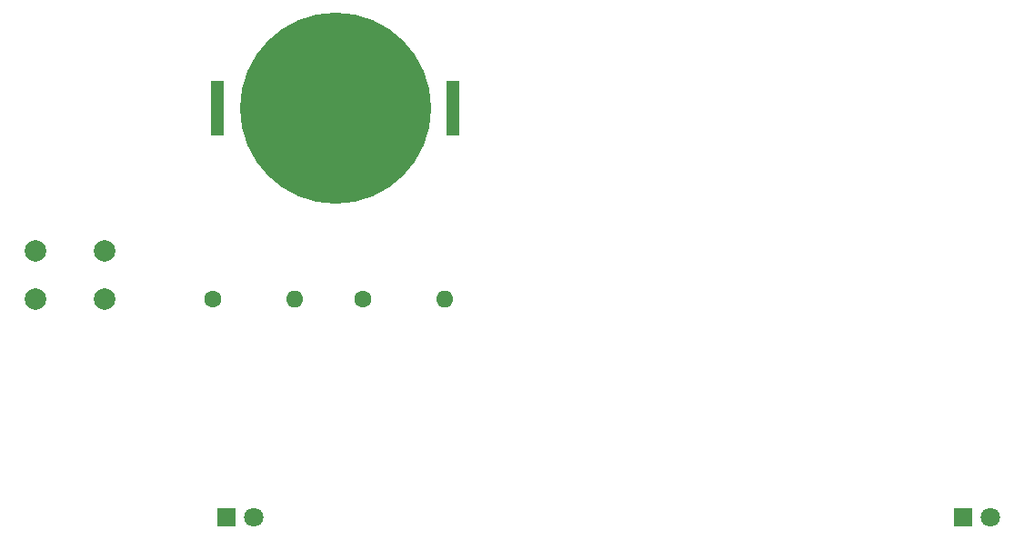
<source format=gbr>
%TF.GenerationSoftware,KiCad,Pcbnew,7.0.5-0*%
%TF.CreationDate,2025-06-01T12:15:49-04:00*%
%TF.ProjectId,Solder,536f6c64-6572-42e6-9b69-6361645f7063,rev?*%
%TF.SameCoordinates,Original*%
%TF.FileFunction,Soldermask,Bot*%
%TF.FilePolarity,Negative*%
%FSLAX46Y46*%
G04 Gerber Fmt 4.6, Leading zero omitted, Abs format (unit mm)*
G04 Created by KiCad (PCBNEW 7.0.5-0) date 2025-06-01 12:15:49*
%MOMM*%
%LPD*%
G01*
G04 APERTURE LIST*
%ADD10C,2.000000*%
%ADD11C,1.600000*%
%ADD12O,1.600000X1.600000*%
%ADD13R,1.800000X1.800000*%
%ADD14C,1.800000*%
%ADD15C,17.800000*%
%ADD16R,1.270000X5.080000*%
G04 APERTURE END LIST*
D10*
%TO.C,SW1*%
X93980000Y-104140000D03*
X100480000Y-104140000D03*
X93980000Y-99640000D03*
X100480000Y-99640000D03*
%TD*%
D11*
%TO.C,R2*%
X124460000Y-104140000D03*
D12*
X132080000Y-104140000D03*
%TD*%
D11*
%TO.C,R1*%
X110490000Y-104140000D03*
D12*
X118110000Y-104140000D03*
%TD*%
D13*
%TO.C,D2*%
X180340000Y-124460000D03*
D14*
X182880000Y-124460000D03*
%TD*%
%TO.C,D1*%
X114300000Y-124460000D03*
D13*
X111760000Y-124460000D03*
%TD*%
D15*
%TO.C,BT1*%
X121920000Y-86360000D03*
D16*
X132905000Y-86360000D03*
X110935000Y-86360000D03*
%TD*%
M02*

</source>
